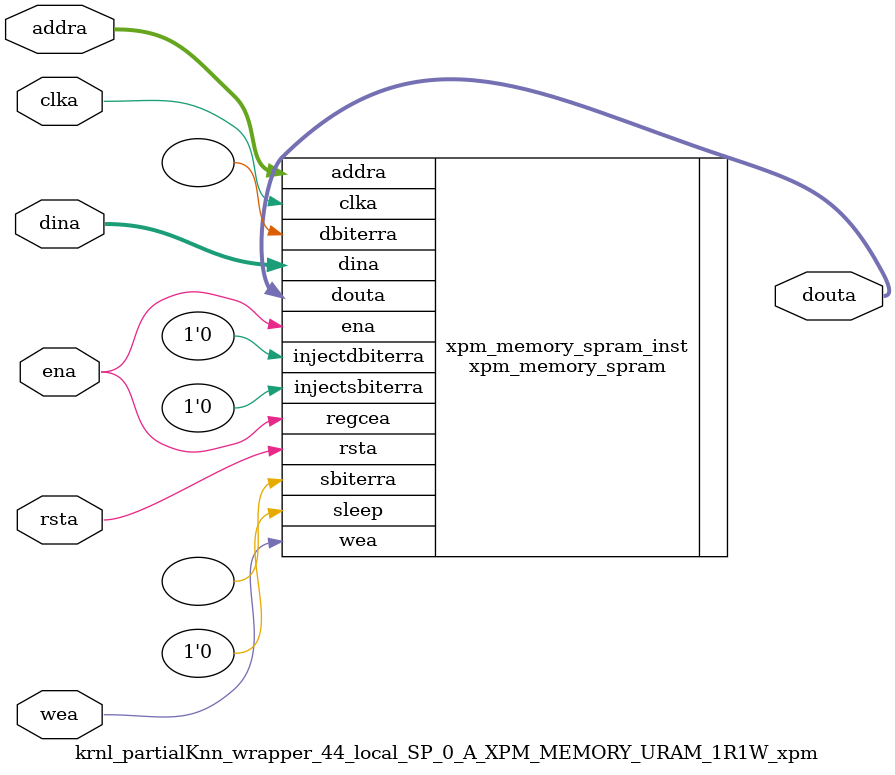
<source format=v>
`timescale 1 ns / 1 ps
module krnl_partialKnn_wrapper_44_local_SP_0_A_XPM_MEMORY_URAM_1R1W_xpm # (
  // Common module parameters
  parameter integer                 MEMORY_SIZE        = 524288,
  parameter                         MEMORY_PRIMITIVE   = "ultra",
  parameter                         ECC_MODE           = "no_ecc",
  parameter                         MEMORY_INIT_FILE   = "none",
  parameter                         WAKEUP_TIME        = "disable_sleep",
  parameter integer                 MESSAGE_CONTROL    = 0,
  // Port A module parameters
  parameter integer                 WRITE_DATA_WIDTH_A = 256,
  parameter integer                 READ_DATA_WIDTH_A  = WRITE_DATA_WIDTH_A,
  parameter integer                 BYTE_WRITE_WIDTH_A = WRITE_DATA_WIDTH_A,
  parameter integer                 ADDR_WIDTH_A       = 11,
  parameter                         READ_RESET_VALUE_A = "0",
  parameter integer                 READ_LATENCY_A     = 1,
  parameter                         WRITE_MODE_A       = "read_first"
) (
  // Port A module ports
  input  wire                                               clka,
  input  wire                                               rsta,
  input  wire                                               ena,
  input  wire [(WRITE_DATA_WIDTH_A/BYTE_WRITE_WIDTH_A)-1:0] wea,
  input  wire [ADDR_WIDTH_A-1:0]                            addra,
  input  wire [WRITE_DATA_WIDTH_A-1:0]                      dina,
  output wire [READ_DATA_WIDTH_A-1:0]                       douta
);
// Set parameter values and connect ports to instantiate an XPM_MEMORY single port RAM configuration
xpm_memory_spram # (
  // Common module parameters
  .MEMORY_SIZE        (MEMORY_SIZE),   //positive integer
  .MEMORY_PRIMITIVE   (MEMORY_PRIMITIVE),      //string; "auto", "distributed", "block" or "ultra";
  .ECC_MODE           (ECC_MODE),      //do not change
  .MEMORY_INIT_FILE   (MEMORY_INIT_FILE), //string; "none" or "<filename>.mem" 
  .MEMORY_INIT_PARAM  (""), //string;
  .WAKEUP_TIME        (WAKEUP_TIME),      //string; "disable_sleep" or "use_sleep_pin"
  .MESSAGE_CONTROL    (MESSAGE_CONTROL),      //do not change
  // Port A module parameters
  .WRITE_DATA_WIDTH_A (WRITE_DATA_WIDTH_A),     //positive integer
  .READ_DATA_WIDTH_A  (READ_DATA_WIDTH_A),     //positive integer
  .BYTE_WRITE_WIDTH_A (BYTE_WRITE_WIDTH_A),     //integer; 8, 9, or WRITE_DATA_WIDTH_A value
  .ADDR_WIDTH_A       (ADDR_WIDTH_A),      //positive integer
  .READ_RESET_VALUE_A (READ_RESET_VALUE_A),  //string
  .READ_LATENCY_A     (READ_LATENCY_A),      //non-negative integer
  .WRITE_MODE_A       (WRITE_MODE_A)       //string; "write_first", "read_first", "no_change"
) xpm_memory_spram_inst (
  // Common module ports
  .sleep          (1'b0),  //do not change
  // Port A module ports
  .clka           (clka),
  .rsta           (rsta),
  .ena            (ena),
  .regcea         (ena),
  .wea            (wea),
  .addra          (addra),
  .dina           (dina),
  .injectsbiterra (1'b0),  //do not change
  .injectdbiterra (1'b0),  //do not change
  .douta          (douta),
  .sbiterra       (),      //do not change
  .dbiterra       ()       //do not change
);
endmodule
</source>
